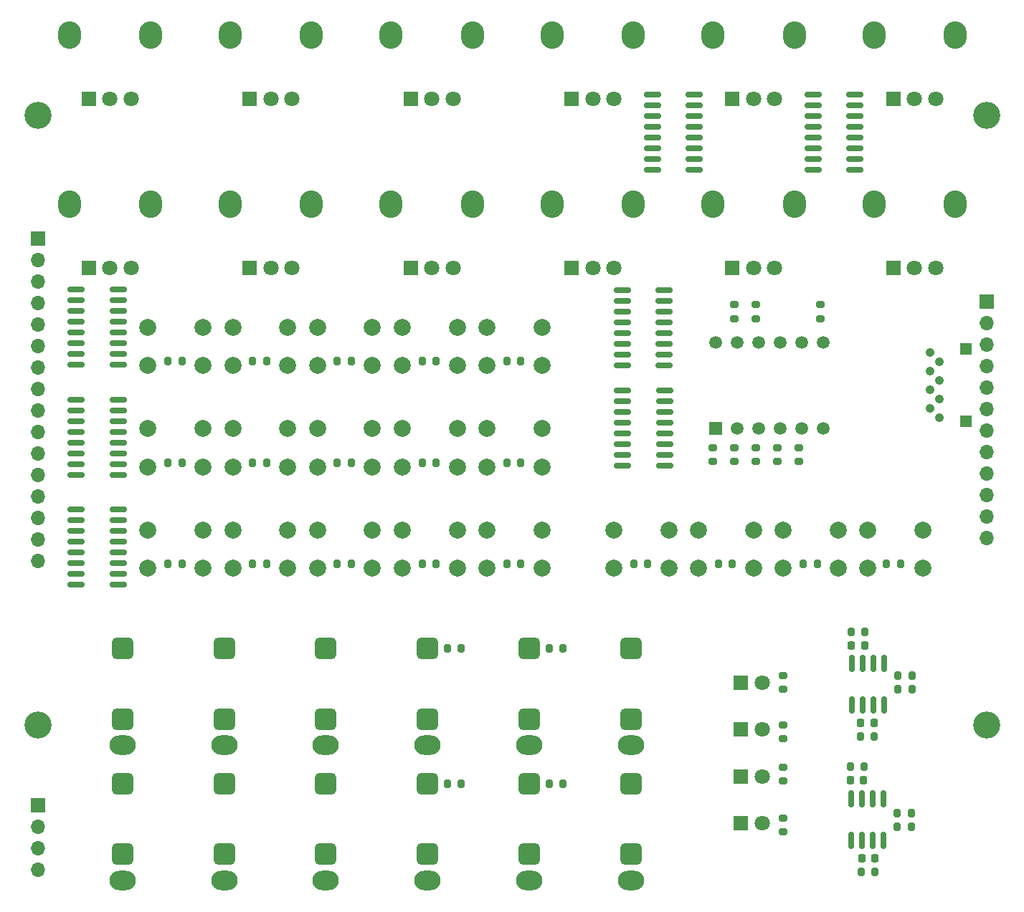
<source format=gbr>
%TF.GenerationSoftware,KiCad,Pcbnew,7.0.2*%
%TF.CreationDate,2025-02-19T16:25:23+00:00*%
%TF.ProjectId,dk2_04_top,646b325f-3034-45f7-946f-702e6b696361,rev?*%
%TF.SameCoordinates,Original*%
%TF.FileFunction,Soldermask,Bot*%
%TF.FilePolarity,Negative*%
%FSLAX46Y46*%
G04 Gerber Fmt 4.6, Leading zero omitted, Abs format (unit mm)*
G04 Created by KiCad (PCBNEW 7.0.2) date 2025-02-19 16:25:23*
%MOMM*%
%LPD*%
G01*
G04 APERTURE LIST*
G04 Aperture macros list*
%AMRoundRect*
0 Rectangle with rounded corners*
0 $1 Rounding radius*
0 $2 $3 $4 $5 $6 $7 $8 $9 X,Y pos of 4 corners*
0 Add a 4 corners polygon primitive as box body*
4,1,4,$2,$3,$4,$5,$6,$7,$8,$9,$2,$3,0*
0 Add four circle primitives for the rounded corners*
1,1,$1+$1,$2,$3*
1,1,$1+$1,$4,$5*
1,1,$1+$1,$6,$7*
1,1,$1+$1,$8,$9*
0 Add four rect primitives between the rounded corners*
20,1,$1+$1,$2,$3,$4,$5,0*
20,1,$1+$1,$4,$5,$6,$7,0*
20,1,$1+$1,$6,$7,$8,$9,0*
20,1,$1+$1,$8,$9,$2,$3,0*%
G04 Aperture macros list end*
%ADD10R,1.700000X1.700000*%
%ADD11O,1.700000X1.700000*%
%ADD12C,2.000000*%
%ADD13O,2.720000X3.240000*%
%ADD14R,1.800000X1.800000*%
%ADD15C,1.800000*%
%ADD16O,3.100000X2.300000*%
%ADD17RoundRect,0.650000X-0.650000X-0.650000X0.650000X-0.650000X0.650000X0.650000X-0.650000X0.650000X0*%
%ADD18C,3.200000*%
%ADD19R,1.500000X1.500000*%
%ADD20C,1.500000*%
%ADD21C,1.050000*%
%ADD22R,1.350000X1.350000*%
%ADD23RoundRect,0.200000X0.200000X0.275000X-0.200000X0.275000X-0.200000X-0.275000X0.200000X-0.275000X0*%
%ADD24RoundRect,0.200000X-0.275000X0.200000X-0.275000X-0.200000X0.275000X-0.200000X0.275000X0.200000X0*%
%ADD25RoundRect,0.200000X0.275000X-0.200000X0.275000X0.200000X-0.275000X0.200000X-0.275000X-0.200000X0*%
%ADD26RoundRect,0.150000X0.825000X0.150000X-0.825000X0.150000X-0.825000X-0.150000X0.825000X-0.150000X0*%
%ADD27RoundRect,0.200000X-0.200000X-0.275000X0.200000X-0.275000X0.200000X0.275000X-0.200000X0.275000X0*%
%ADD28RoundRect,0.225000X0.225000X0.250000X-0.225000X0.250000X-0.225000X-0.250000X0.225000X-0.250000X0*%
%ADD29RoundRect,0.150000X-0.150000X0.825000X-0.150000X-0.825000X0.150000X-0.825000X0.150000X0.825000X0*%
G04 APERTURE END LIST*
D10*
%TO.C,J7*%
X186000000Y-78000000D03*
D11*
X186000000Y-80540000D03*
X186000000Y-83080000D03*
X186000000Y-85620000D03*
X186000000Y-88160000D03*
X186000000Y-90700000D03*
X186000000Y-93240000D03*
X186000000Y-95780000D03*
X186000000Y-98320000D03*
X186000000Y-100860000D03*
X186000000Y-103400000D03*
X186000000Y-105940000D03*
%TD*%
D10*
%TO.C,J1*%
X74000000Y-70500000D03*
D11*
X74000000Y-73040000D03*
X74000000Y-75580000D03*
X74000000Y-78120000D03*
X74000000Y-80660000D03*
X74000000Y-83200000D03*
X74000000Y-85740000D03*
X74000000Y-88280000D03*
X74000000Y-90820000D03*
X74000000Y-93360000D03*
X74000000Y-95900000D03*
X74000000Y-98440000D03*
X74000000Y-100980000D03*
X74000000Y-103520000D03*
X74000000Y-106060000D03*
X74000000Y-108600000D03*
%TD*%
D12*
%TO.C,SW10*%
X127000000Y-93000000D03*
X133500000Y-93000000D03*
X127000000Y-97500000D03*
X133500000Y-97500000D03*
%TD*%
%TO.C,SW8*%
X107000000Y-93000000D03*
X113500000Y-93000000D03*
X107000000Y-97500000D03*
X113500000Y-97500000D03*
%TD*%
D13*
%TO.C,RV3*%
X115700000Y-46500000D03*
X125300000Y-46500000D03*
D14*
X118000000Y-54000000D03*
D15*
X120500000Y-54000000D03*
X123000000Y-54000000D03*
%TD*%
D16*
%TO.C,J2*%
X96000000Y-130400000D03*
D17*
X96000000Y-119000000D03*
X96000000Y-127300000D03*
%TD*%
D16*
%TO.C,J13*%
X132000000Y-130400000D03*
D17*
X132000000Y-119000000D03*
X132000000Y-127300000D03*
%TD*%
D13*
%TO.C,RV8*%
X134700000Y-66500000D03*
X144300000Y-66500000D03*
D14*
X137000000Y-74000000D03*
D15*
X139500000Y-74000000D03*
X142000000Y-74000000D03*
%TD*%
D16*
%TO.C,J12*%
X120000000Y-130400000D03*
D17*
X120000000Y-119000000D03*
X120000000Y-127300000D03*
%TD*%
D12*
%TO.C,SW19*%
X172000000Y-105000000D03*
X178500000Y-105000000D03*
X172000000Y-109500000D03*
X178500000Y-109500000D03*
%TD*%
D18*
%TO.C,H1*%
X74000000Y-56000000D03*
%TD*%
D16*
%TO.C,J11*%
X144000000Y-146400000D03*
D17*
X144000000Y-135000000D03*
X144000000Y-143300000D03*
%TD*%
D13*
%TO.C,RV4*%
X134700000Y-46500000D03*
X144300000Y-46500000D03*
D14*
X137000000Y-54000000D03*
D15*
X139500000Y-54000000D03*
X142000000Y-54000000D03*
%TD*%
D12*
%TO.C,SW3*%
X107000000Y-81000000D03*
X113500000Y-81000000D03*
X107000000Y-85500000D03*
X113500000Y-85500000D03*
%TD*%
D13*
%TO.C,RV1*%
X77700000Y-46500000D03*
X87300000Y-46500000D03*
D14*
X80000000Y-54000000D03*
D15*
X82500000Y-54000000D03*
X85000000Y-54000000D03*
%TD*%
D13*
%TO.C,RV10*%
X172700000Y-46500000D03*
X182300000Y-46500000D03*
D14*
X175000000Y-54000000D03*
D15*
X177500000Y-54000000D03*
X180000000Y-54000000D03*
%TD*%
D16*
%TO.C,J4*%
X84000000Y-130400000D03*
D17*
X84000000Y-119000000D03*
X84000000Y-127300000D03*
%TD*%
D12*
%TO.C,SW9*%
X117000000Y-93000000D03*
X123500000Y-93000000D03*
X117000000Y-97500000D03*
X123500000Y-97500000D03*
%TD*%
D16*
%TO.C,J14*%
X120000000Y-146400000D03*
D17*
X120000000Y-135000000D03*
X120000000Y-143300000D03*
%TD*%
D16*
%TO.C,J15*%
X132000000Y-146400000D03*
D17*
X132000000Y-135000000D03*
X132000000Y-143300000D03*
%TD*%
D12*
%TO.C,SW6*%
X87000000Y-93000000D03*
X93500000Y-93000000D03*
X87000000Y-97500000D03*
X93500000Y-97500000D03*
%TD*%
D13*
%TO.C,RV7*%
X115700000Y-66500000D03*
X125300000Y-66500000D03*
D14*
X118000000Y-74000000D03*
D15*
X120500000Y-74000000D03*
X123000000Y-74000000D03*
%TD*%
D12*
%TO.C,SW17*%
X152000000Y-105000000D03*
X158500000Y-105000000D03*
X152000000Y-109500000D03*
X158500000Y-109500000D03*
%TD*%
%TO.C,SW1*%
X87000000Y-81000000D03*
X93500000Y-81000000D03*
X87000000Y-85500000D03*
X93500000Y-85500000D03*
%TD*%
D19*
%TO.C,U3*%
X154000000Y-93000000D03*
D20*
X156540000Y-93000000D03*
X159080000Y-93000000D03*
X161620000Y-93000000D03*
X164160000Y-93000000D03*
X166700000Y-93000000D03*
X166700000Y-82840000D03*
X164160000Y-82840000D03*
X161620000Y-82840000D03*
X159080000Y-82840000D03*
X156540000Y-82840000D03*
X154000000Y-82840000D03*
%TD*%
D21*
%TO.C,J6*%
X180400000Y-91700000D03*
X179300000Y-90600000D03*
X180400000Y-89500000D03*
X179300000Y-88400000D03*
X180400000Y-87300000D03*
X179300000Y-86200000D03*
X180400000Y-85100000D03*
X179300000Y-84000000D03*
D22*
X183570000Y-92150000D03*
X183570000Y-83550000D03*
%TD*%
D14*
%TO.C,D3*%
X157000000Y-134100000D03*
D15*
X159540000Y-134100000D03*
%TD*%
D13*
%TO.C,RV11*%
X153700000Y-66500000D03*
X163300000Y-66500000D03*
D14*
X156000000Y-74000000D03*
D15*
X158500000Y-74000000D03*
X161000000Y-74000000D03*
%TD*%
D13*
%TO.C,RV9*%
X153700000Y-46500000D03*
X163300000Y-46500000D03*
D14*
X156000000Y-54000000D03*
D15*
X158500000Y-54000000D03*
X161000000Y-54000000D03*
%TD*%
D16*
%TO.C,J8*%
X96000000Y-146400000D03*
D17*
X96000000Y-135000000D03*
X96000000Y-143300000D03*
%TD*%
D12*
%TO.C,SW15*%
X127000000Y-105000000D03*
X133500000Y-105000000D03*
X127000000Y-109500000D03*
X133500000Y-109500000D03*
%TD*%
%TO.C,SW13*%
X107000000Y-105000000D03*
X113500000Y-105000000D03*
X107000000Y-109500000D03*
X113500000Y-109500000D03*
%TD*%
%TO.C,SW18*%
X162000000Y-105000000D03*
X168500000Y-105000000D03*
X162000000Y-109500000D03*
X168500000Y-109500000D03*
%TD*%
D18*
%TO.C,H2*%
X186000000Y-56000000D03*
%TD*%
D12*
%TO.C,SW11*%
X87000000Y-105000000D03*
X93500000Y-105000000D03*
X87000000Y-109500000D03*
X93500000Y-109500000D03*
%TD*%
%TO.C,SW2*%
X97000000Y-81000000D03*
X103500000Y-81000000D03*
X97000000Y-85500000D03*
X103500000Y-85500000D03*
%TD*%
%TO.C,SW7*%
X97000000Y-93000000D03*
X103500000Y-93000000D03*
X97000000Y-97500000D03*
X103500000Y-97500000D03*
%TD*%
D14*
%TO.C,D2*%
X157000000Y-128550000D03*
D15*
X159540000Y-128550000D03*
%TD*%
D14*
%TO.C,D1*%
X157000000Y-123000000D03*
D15*
X159540000Y-123000000D03*
%TD*%
D16*
%TO.C,J5*%
X144000000Y-130400000D03*
D17*
X144000000Y-119000000D03*
X144000000Y-127300000D03*
%TD*%
D12*
%TO.C,SW12*%
X97000000Y-105000000D03*
X103500000Y-105000000D03*
X97000000Y-109500000D03*
X103500000Y-109500000D03*
%TD*%
D18*
%TO.C,H3*%
X74000000Y-128000000D03*
%TD*%
D14*
%TO.C,D4*%
X157000000Y-139650000D03*
D15*
X159540000Y-139650000D03*
%TD*%
D12*
%TO.C,SW4*%
X117000000Y-81000000D03*
X123500000Y-81000000D03*
X117000000Y-85500000D03*
X123500000Y-85500000D03*
%TD*%
D13*
%TO.C,RV12*%
X172700000Y-66500000D03*
X182300000Y-66500000D03*
D14*
X175000000Y-74000000D03*
D15*
X177500000Y-74000000D03*
X180000000Y-74000000D03*
%TD*%
D18*
%TO.C,H4*%
X186000000Y-128000000D03*
%TD*%
D16*
%TO.C,J9*%
X108000000Y-146400000D03*
D17*
X108000000Y-135000000D03*
X108000000Y-143300000D03*
%TD*%
D13*
%TO.C,RV6*%
X96700000Y-66500000D03*
X106300000Y-66500000D03*
D14*
X99000000Y-74000000D03*
D15*
X101500000Y-74000000D03*
X104000000Y-74000000D03*
%TD*%
D10*
%TO.C,J16*%
X74000000Y-137500000D03*
D11*
X74000000Y-140040000D03*
X74000000Y-142580000D03*
X74000000Y-145120000D03*
%TD*%
D16*
%TO.C,J3*%
X108000000Y-130400000D03*
D17*
X108000000Y-119000000D03*
X108000000Y-127300000D03*
%TD*%
D13*
%TO.C,RV5*%
X77700000Y-66500000D03*
X87300000Y-66500000D03*
D14*
X80000000Y-74000000D03*
D15*
X82500000Y-74000000D03*
X85000000Y-74000000D03*
%TD*%
D12*
%TO.C,SW5*%
X127000000Y-81000000D03*
X133500000Y-81000000D03*
X127000000Y-85500000D03*
X133500000Y-85500000D03*
%TD*%
D13*
%TO.C,RV2*%
X96700000Y-46500000D03*
X106300000Y-46500000D03*
D14*
X99000000Y-54000000D03*
D15*
X101500000Y-54000000D03*
X104000000Y-54000000D03*
%TD*%
D12*
%TO.C,SW16*%
X142000000Y-105000000D03*
X148500000Y-105000000D03*
X142000000Y-109500000D03*
X148500000Y-109500000D03*
%TD*%
D16*
%TO.C,J10*%
X84000000Y-146400000D03*
D17*
X84000000Y-135000000D03*
X84000000Y-143300000D03*
%TD*%
D12*
%TO.C,SW14*%
X117000000Y-105000000D03*
X123500000Y-105000000D03*
X117000000Y-109500000D03*
X123500000Y-109500000D03*
%TD*%
D23*
%TO.C,R23*%
X91000000Y-109000000D03*
X89350000Y-109000000D03*
%TD*%
%TO.C,R27*%
X131000000Y-109000000D03*
X129350000Y-109000000D03*
%TD*%
%TO.C,R29*%
X177100000Y-138400000D03*
X175450000Y-138400000D03*
%TD*%
D24*
%TO.C,R1*%
X162000000Y-122175000D03*
X162000000Y-123825000D03*
%TD*%
D23*
%TO.C,R22*%
X131000000Y-97000000D03*
X129350000Y-97000000D03*
%TD*%
%TO.C,R17*%
X131000000Y-85000000D03*
X129350000Y-85000000D03*
%TD*%
%TO.C,R18*%
X91000000Y-97000000D03*
X89350000Y-97000000D03*
%TD*%
%TO.C,R41*%
X156000000Y-109000000D03*
X154350000Y-109000000D03*
%TD*%
D24*
%TO.C,R11*%
X156210000Y-95250000D03*
X156210000Y-96900000D03*
%TD*%
D23*
%TO.C,R35*%
X177200000Y-122200000D03*
X175550000Y-122200000D03*
%TD*%
D25*
%TO.C,R9*%
X166370000Y-80010000D03*
X166370000Y-78360000D03*
%TD*%
D24*
%TO.C,R5*%
X153670000Y-95250000D03*
X153670000Y-96900000D03*
%TD*%
D23*
%TO.C,R26*%
X121000000Y-109000000D03*
X119350000Y-109000000D03*
%TD*%
%TO.C,R42*%
X166000000Y-109000000D03*
X164350000Y-109000000D03*
%TD*%
D26*
%TO.C,U6*%
X151475000Y-53555000D03*
X151475000Y-54825000D03*
X151475000Y-56095000D03*
X151475000Y-57365000D03*
X151475000Y-58635000D03*
X151475000Y-59905000D03*
X151475000Y-61175000D03*
X151475000Y-62445000D03*
X146525000Y-62445000D03*
X146525000Y-61175000D03*
X146525000Y-59905000D03*
X146525000Y-58635000D03*
X146525000Y-57365000D03*
X146525000Y-56095000D03*
X146525000Y-54825000D03*
X146525000Y-53555000D03*
%TD*%
D23*
%TO.C,R14*%
X101000000Y-85000000D03*
X99350000Y-85000000D03*
%TD*%
D25*
%TO.C,R8*%
X156210000Y-80010000D03*
X156210000Y-78360000D03*
%TD*%
D26*
%TO.C,U1*%
X147950000Y-76650000D03*
X147950000Y-77920000D03*
X147950000Y-79190000D03*
X147950000Y-80460000D03*
X147950000Y-81730000D03*
X147950000Y-83000000D03*
X147950000Y-84270000D03*
X147950000Y-85540000D03*
X143000000Y-85540000D03*
X143000000Y-84270000D03*
X143000000Y-83000000D03*
X143000000Y-81730000D03*
X143000000Y-80460000D03*
X143000000Y-79190000D03*
X143000000Y-77920000D03*
X143000000Y-76650000D03*
%TD*%
D27*
%TO.C,R30*%
X122350000Y-119000000D03*
X124000000Y-119000000D03*
%TD*%
D23*
%TO.C,R15*%
X111000000Y-85000000D03*
X109350000Y-85000000D03*
%TD*%
D27*
%TO.C,R36*%
X122350000Y-135000000D03*
X124000000Y-135000000D03*
%TD*%
D23*
%TO.C,R21*%
X121000000Y-97000000D03*
X119350000Y-97000000D03*
%TD*%
%TO.C,R20*%
X111000000Y-97000000D03*
X109350000Y-97000000D03*
%TD*%
D24*
%TO.C,R10*%
X161290000Y-95250000D03*
X161290000Y-96900000D03*
%TD*%
D23*
%TO.C,R13*%
X91000000Y-85000000D03*
X89350000Y-85000000D03*
%TD*%
D24*
%TO.C,R4*%
X162000000Y-139000000D03*
X162000000Y-140650000D03*
%TD*%
%TO.C,R7*%
X158750000Y-95250000D03*
X158750000Y-96900000D03*
%TD*%
D28*
%TO.C,C4*%
X172700000Y-127800000D03*
X171150000Y-127800000D03*
%TD*%
D23*
%TO.C,R16*%
X121000000Y-85000000D03*
X119350000Y-85000000D03*
%TD*%
D24*
%TO.C,R6*%
X163830000Y-95250000D03*
X163830000Y-96900000D03*
%TD*%
D26*
%TO.C,U2*%
X148000000Y-88460000D03*
X148000000Y-89730000D03*
X148000000Y-91000000D03*
X148000000Y-92270000D03*
X148000000Y-93540000D03*
X148000000Y-94810000D03*
X148000000Y-96080000D03*
X148000000Y-97350000D03*
X143050000Y-97350000D03*
X143050000Y-96080000D03*
X143050000Y-94810000D03*
X143050000Y-93540000D03*
X143050000Y-92270000D03*
X143050000Y-91000000D03*
X143050000Y-89730000D03*
X143050000Y-88460000D03*
%TD*%
%TO.C,U9*%
X170475000Y-53555000D03*
X170475000Y-54825000D03*
X170475000Y-56095000D03*
X170475000Y-57365000D03*
X170475000Y-58635000D03*
X170475000Y-59905000D03*
X170475000Y-61175000D03*
X170475000Y-62445000D03*
X165525000Y-62445000D03*
X165525000Y-61175000D03*
X165525000Y-59905000D03*
X165525000Y-58635000D03*
X165525000Y-57365000D03*
X165525000Y-56095000D03*
X165525000Y-54825000D03*
X165525000Y-53555000D03*
%TD*%
D28*
%TO.C,C2*%
X172800000Y-143800000D03*
X171250000Y-143800000D03*
%TD*%
D24*
%TO.C,R2*%
X162000000Y-128000000D03*
X162000000Y-129650000D03*
%TD*%
D25*
%TO.C,R12*%
X158750000Y-80010000D03*
X158750000Y-78360000D03*
%TD*%
D26*
%TO.C,U5*%
X83475000Y-89555000D03*
X83475000Y-90825000D03*
X83475000Y-92095000D03*
X83475000Y-93365000D03*
X83475000Y-94635000D03*
X83475000Y-95905000D03*
X83475000Y-97175000D03*
X83475000Y-98445000D03*
X78525000Y-98445000D03*
X78525000Y-97175000D03*
X78525000Y-95905000D03*
X78525000Y-94635000D03*
X78525000Y-93365000D03*
X78525000Y-92095000D03*
X78525000Y-90825000D03*
X78525000Y-89555000D03*
%TD*%
D28*
%TO.C,C1*%
X171500000Y-134500000D03*
X169950000Y-134500000D03*
%TD*%
D23*
%TO.C,R28*%
X146000000Y-109000000D03*
X144350000Y-109000000D03*
%TD*%
%TO.C,R34*%
X172850000Y-145400000D03*
X171200000Y-145400000D03*
%TD*%
%TO.C,R33*%
X171550000Y-132900000D03*
X169900000Y-132900000D03*
%TD*%
D26*
%TO.C,U10*%
X83475000Y-102555000D03*
X83475000Y-103825000D03*
X83475000Y-105095000D03*
X83475000Y-106365000D03*
X83475000Y-107635000D03*
X83475000Y-108905000D03*
X83475000Y-110175000D03*
X83475000Y-111445000D03*
X78525000Y-111445000D03*
X78525000Y-110175000D03*
X78525000Y-108905000D03*
X78525000Y-107635000D03*
X78525000Y-106365000D03*
X78525000Y-105095000D03*
X78525000Y-103825000D03*
X78525000Y-102555000D03*
%TD*%
D29*
%TO.C,U7*%
X170045000Y-136725000D03*
X171315000Y-136725000D03*
X172585000Y-136725000D03*
X173855000Y-136725000D03*
X173855000Y-141675000D03*
X172585000Y-141675000D03*
X171315000Y-141675000D03*
X170045000Y-141675000D03*
%TD*%
D28*
%TO.C,C3*%
X171600000Y-118600000D03*
X170050000Y-118600000D03*
%TD*%
D23*
%TO.C,R25*%
X111000000Y-109000000D03*
X109350000Y-109000000D03*
%TD*%
D29*
%TO.C,U8*%
X170080000Y-120725000D03*
X171350000Y-120725000D03*
X172620000Y-120725000D03*
X173890000Y-120725000D03*
X173890000Y-125675000D03*
X172620000Y-125675000D03*
X171350000Y-125675000D03*
X170080000Y-125675000D03*
%TD*%
D23*
%TO.C,R31*%
X177100000Y-140000000D03*
X175450000Y-140000000D03*
%TD*%
%TO.C,R39*%
X171650000Y-117000000D03*
X170000000Y-117000000D03*
%TD*%
D27*
%TO.C,R32*%
X134350000Y-119000000D03*
X136000000Y-119000000D03*
%TD*%
D23*
%TO.C,R43*%
X175825000Y-109000000D03*
X174175000Y-109000000D03*
%TD*%
D24*
%TO.C,R3*%
X162000000Y-133000000D03*
X162000000Y-134650000D03*
%TD*%
D23*
%TO.C,R37*%
X177200000Y-123800000D03*
X175550000Y-123800000D03*
%TD*%
D27*
%TO.C,R38*%
X134350000Y-135000000D03*
X136000000Y-135000000D03*
%TD*%
D23*
%TO.C,R40*%
X172750000Y-129400000D03*
X171100000Y-129400000D03*
%TD*%
%TO.C,R19*%
X101000000Y-97000000D03*
X99350000Y-97000000D03*
%TD*%
%TO.C,R24*%
X101000000Y-109000000D03*
X99350000Y-109000000D03*
%TD*%
D26*
%TO.C,U4*%
X83475000Y-76555000D03*
X83475000Y-77825000D03*
X83475000Y-79095000D03*
X83475000Y-80365000D03*
X83475000Y-81635000D03*
X83475000Y-82905000D03*
X83475000Y-84175000D03*
X83475000Y-85445000D03*
X78525000Y-85445000D03*
X78525000Y-84175000D03*
X78525000Y-82905000D03*
X78525000Y-81635000D03*
X78525000Y-80365000D03*
X78525000Y-79095000D03*
X78525000Y-77825000D03*
X78525000Y-76555000D03*
%TD*%
M02*

</source>
